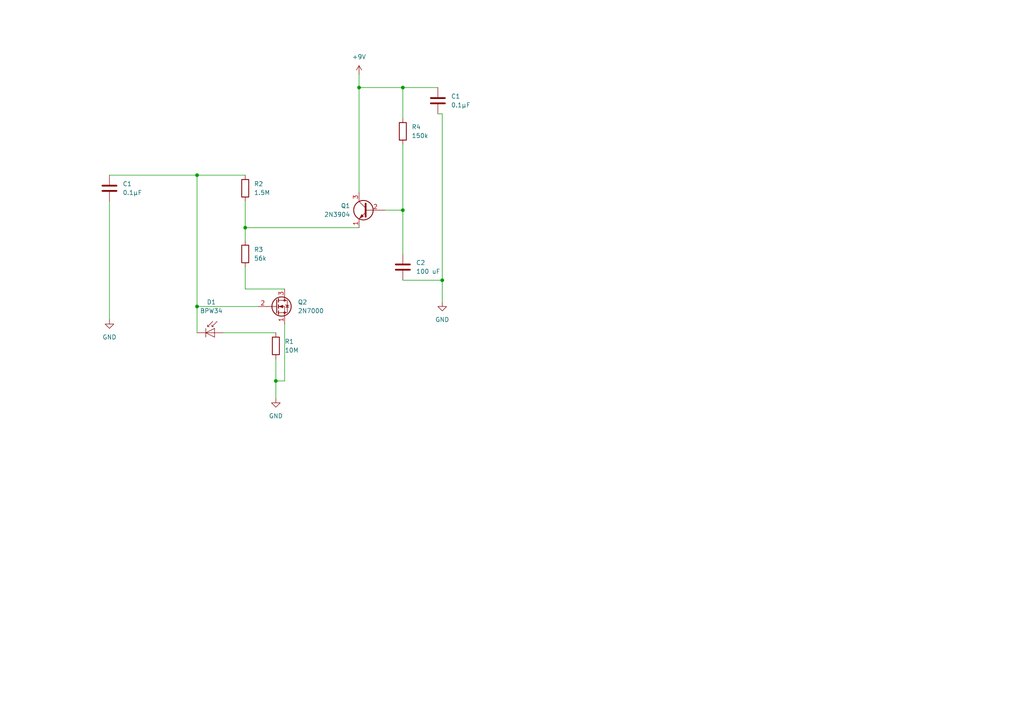
<source format=kicad_sch>
(kicad_sch (version 20211123) (generator eeschema)
  (paper "A4")
  (lib_symbols
    (symbol "Amplifier_Operational:LM358" (pin_names (offset 0.127))
      (property "Reference" "U" (at 0 5.08 0))
      (property "Value" "LM358" (at 0 -5.08 0))
      (symbol "LM358_1_1"
        (polyline (pts (xy -5.08 5.08) (xy 5.08 0) (xy -5.08 -5.08) (xy -5.08 5.08)) (stroke (width 0.254)) (fill (type background)))
        (pin output line (at 7.62 0 180) (length 2.54) (name "~") (number "1"))
        (pin input line (at -7.62 -2.54 0) (length 2.54) (name "-") (number "2"))
        (pin input line (at -7.62 2.54 0) (length 2.54) (name "+") (number "3"))
      )
      (symbol "LM358_2_1"
        (polyline (pts (xy -5.08 5.08) (xy 5.08 0) (xy -5.08 -5.08) (xy -5.08 5.08)) (stroke (width 0.254)) (fill (type background)))
        (pin input line (at -7.62 2.54 0) (length 2.54) (name "+") (number "5"))
        (pin input line (at -7.62 -2.54 0) (length 2.54) (name "-") (number "6"))
        (pin output line (at 7.62 0 180) (length 2.54) (name "~") (number "7"))
      )
      (symbol "LM358_3_1"
        (pin power_in line (at -2.54 -7.62 90) (length 3.81) (name "V-") (number "4"))
        (pin power_in line (at -2.54 7.62 270) (length 3.81) (name "V+") (number "8"))
      )
    )
    (symbol "Device:Buzzer" (pin_names (offset 0.0254) hide)
      (property "Reference" "BZ" (at 3.81 1.27 0))
      (property "Value" "Buzzer" (at 3.81 -1.27 0))
      (symbol "Buzzer_0_1"
        (arc (start 0 -3.175) (mid 3.175 0) (end 0 3.175))
        (polyline (pts (xy -1.651 1.905) (xy -1.143 1.905)))
        (polyline (pts (xy -1.397 2.159) (xy -1.397 1.651)))
        (polyline (pts (xy 0 3.175) (xy 0 -3.175)))
      )
      (symbol "Buzzer_1_1"
        (pin passive line (at -2.54 2.54 0) (length 2.54) (name "-") (number "1"))
        (pin passive line (at -2.54 -2.54 0) (length 2.54) (name "+") (number "2"))
      )
    )
    (symbol "Device:C" (pin_numbers hide) (pin_names (offset 0.254))
      (property "Reference" "C" (at 0.635 2.54 0))
      (property "Value" "C" (at 0.635 -2.54 0))
      (symbol "C_0_1"
        (polyline (pts (xy -2.032 -0.762) (xy 2.032 -0.762)) (stroke (width 0.508)))
        (polyline (pts (xy -2.032 0.762) (xy 2.032 0.762)) (stroke (width 0.508)))
      )
      (symbol "C_1_1"
        (pin passive line (at 0 3.81 270) (length 2.794) (name "~") (number "1"))
        (pin passive line (at 0 -3.81 90) (length 2.794) (name "~") (number "2"))
      )
    )
    (symbol "Device:R" (pin_numbers hide) (pin_names (offset 0))
      (property "Reference" "R" (at 2.032 0 90))
      (property "Value" "R" (at 0 0 90))
      (symbol "R_0_1"
        (rectangle (start -1.016 -2.54) (end 1.016 2.54) (stroke (width 0.254)))
      )
      (symbol "R_1_1"
        (pin passive line (at 0 3.81 270) (length 1.27) (name "~") (number "1"))
        (pin passive line (at 0 -3.81 90) (length 1.27) (name "~") (number "2"))
      )
    )
    (symbol "Device:R_Potentiometer" (pin_names (offset 1.016) hide)
      (property "Reference" "RV" (at -4.445 0 90))
      (property "Value" "R_Potentiometer" (at -2.54 0 90))
      (symbol "R_Potentiometer_0_1"
        (polyline (pts (xy 2.54 0) (xy 1.524 0)))
        (polyline (pts (xy 1.143 0) (xy 2.286 0.508) (xy 2.286 -0.508) (xy 1.143 0)) (fill (type outline)))
        (rectangle (start 1.016 2.54) (end -1.016 -2.54) (stroke (width 0.254)))
      )
      (symbol "R_Potentiometer_1_1"
        (pin passive line (at 0 3.81 270) (length 1.27) (name "1") (number "1"))
        (pin passive line (at 3.81 0 180) (length 1.27) (name "2") (number "2"))
        (pin passive line (at 0 -3.81 90) (length 1.27) (name "3") (number "3"))
      )
    )
    (symbol "Sensor_Optical:BPW34" (pin_numbers hide) (pin_names (offset 1.016) hide)
      (property "Reference" "D" (at 0.508 1.778 0))
      (property "Value" "BPW34" (at -1.016 -2.794 0))
      (symbol "BPW34_0_1"
        (polyline (pts (xy -2.54 1.27) (xy -2.54 -1.27)) (stroke (width 0.1524)))
        (polyline (pts (xy -2.032 1.778) (xy -1.524 1.778)))
        (polyline (pts (xy 0 -1.27) (xy 0 1.27)))
        (polyline (pts (xy 0 0) (xy -2.54 0)))
        (polyline (pts (xy -0.508 3.302) (xy -2.032 1.778) (xy -2.032 2.286)))
        (polyline (pts (xy 0 1.27) (xy -2.54 0) (xy 0 -1.27)))
        (polyline (pts (xy 0.762 3.302) (xy -0.762 1.778) (xy -0.762 2.286) (xy -0.762 1.778) (xy -0.254 1.778)))
      )
      (symbol "BPW34_1_1"
        (pin passive line (at -5.08 0 0) (length 2.54) (name "K") (number "1"))
        (pin passive line (at 2.54 0 180) (length 2.54) (name "A") (number "2"))
      )
    )
    (symbol "Switch:SW_SPST" (pin_names (offset 0) hide)
      (property "Reference" "SW" (at 0 3.175 0))
      (property "Value" "SW_SPST" (at 0 -2.54 0))
      (symbol "SW_SPST_0_0"
        (circle (center -2.032 0) (radius 0.508))
        (polyline (pts (xy -1.524 0.254) (xy 1.524 1.778)))
        (circle (center 2.032 0) (radius 0.508))
      )
      (symbol "SW_SPST_1_1"
        (pin passive line (at -5.08 0 0) (length 2.54) (name "A") (number "1"))
        (pin passive line (at 5.08 0 180) (length 2.54) (name "B") (number "2"))
      )
    )
    (symbol "Transistor_BJT:2N3904" (pin_names (offset 0) hide)
      (property "Reference" "Q" (at 5.08 1.905 0))
      (property "Value" "2N3904" (at 5.08 0 0))
      (symbol "2N3904_0_1"
        (polyline (pts (xy 0.635 0.635) (xy 2.54 2.54)))
        (polyline (pts (xy 0.635 -0.635) (xy 2.54 -2.54) (xy 2.54 -2.54)))
        (polyline (pts (xy 0.635 1.905) (xy 0.635 -1.905) (xy 0.635 -1.905)) (stroke (width 0.508)))
        (polyline (pts (xy 1.27 -1.778) (xy 1.778 -1.27) (xy 2.286 -2.286) (xy 1.27 -1.778) (xy 1.27 -1.778)) (fill (type outline)))
        (circle (center 1.27 0) (radius 2.8194) (stroke (width 0.254)))
      )
      (symbol "2N3904_1_1"
        (pin passive line (at 2.54 -5.08 90) (length 2.54) (name "E") (number "1"))
        (pin passive line (at -5.08 0 0) (length 5.715) (name "B") (number "2"))
        (pin passive line (at 2.54 5.08 270) (length 2.54) (name "C") (number "3"))
      )
    )
    (symbol "Transistor_FET:2N7000" (pin_names hide)
      (property "Reference" "Q" (at 5.08 1.905 0))
      (property "Value" "2N7000" (at 5.08 0 0))
      (symbol "2N7000_0_1"
        (polyline (pts (xy 0.254 0) (xy -2.54 0)))
        (polyline (pts (xy 0.254 1.905) (xy 0.254 -1.905)) (stroke (width 0.254)))
        (polyline (pts (xy 0.762 -1.27) (xy 0.762 -2.286)) (stroke (width 0.254)))
        (polyline (pts (xy 0.762 0.508) (xy 0.762 -0.508)) (stroke (width 0.254)))
        (polyline (pts (xy 0.762 2.286) (xy 0.762 1.27)) (stroke (width 0.254)))
        (polyline (pts (xy 2.54 2.54) (xy 2.54 1.778)))
        (polyline (pts (xy 2.54 -2.54) (xy 2.54 0) (xy 0.762 0)))
        (polyline (pts (xy 0.762 -1.778) (xy 3.302 -1.778) (xy 3.302 1.778) (xy 0.762 1.778)))
        (polyline (pts (xy 1.016 0) (xy 2.032 0.381) (xy 2.032 -0.381) (xy 1.016 0)) (fill (type outline)))
        (polyline (pts (xy 2.794 0.508) (xy 2.921 0.381) (xy 3.683 0.381) (xy 3.81 0.254)))
        (polyline (pts (xy 3.302 0.381) (xy 2.921 -0.254) (xy 3.683 -0.254) (xy 3.302 0.381)))
        (circle (center 1.651 0) (radius 2.794) (stroke (width 0.254)))
        (circle (center 2.54 -1.778) (radius 0.254) (fill (type outline)))
        (circle (center 2.54 1.778) (radius 0.254) (fill (type outline)))
      )
      (symbol "2N7000_1_1"
        (pin passive line (at 2.54 -5.08 90) (length 2.54) (name "S") (number "1"))
        (pin input line (at -5.08 0 0) (length 2.54) (name "G") (number "2"))
        (pin passive line (at 2.54 5.08 270) (length 2.54) (name "D") (number "3"))
      )
    )
    (symbol "power:+9V" (power) (pin_names (offset 0))
      (property "Value" "+9V" (at 0 3.556 0))
      (symbol "+9V_0_1"
        (polyline (pts (xy -0.762 1.27) (xy 0 2.54)))
        (polyline (pts (xy 0 0) (xy 0 2.54)))
        (polyline (pts (xy 0 2.54) (xy 0.762 1.27)))
      )
      (symbol "+9V_1_1"
        (pin power_in line (at 0 0 90) (length 0) hide (name "+9V") (number "1"))
      )
    )
    (symbol "power:GND" (power) (pin_names (offset 0))
      (property "Value" "GND" (at 0 -3.81 0))
      (symbol "GND_0_1"
        (polyline (pts (xy 0 0) (xy 0 -1.27) (xy 1.27 -1.27) (xy 0 -2.54) (xy -1.27 -1.27) (xy 0 -1.27)))
      )
      (symbol "GND_1_1"
        (pin power_in line (at 0 0 270) (length 0) hide (name "GND") (number "1"))
      )
    )
  )
  (junction (at 80.01 110.49))
  (junction (at 116.84 60.96))
  (junction (at 128.27 81.28))
  (junction (at 71.12 66.04))
  (junction (at 104.14 25.4))
  (junction (at 57.15 88.9))
  (junction (at 116.84 25.4))
  (junction (at 57.15 50.8))
  (wire (pts (xy 80.01 104.14) (xy 80.01 110.49)))
  (wire (pts (xy 64.77 96.52) (xy 80.01 96.52)))
  (wire (pts (xy 116.84 25.4) (xy 127 25.4)))
  (wire (pts (xy 71.12 66.04) (xy 104.14 66.04)))
  (wire (pts (xy 57.15 50.8) (xy 57.15 88.9)))
  (wire (pts (xy 116.84 81.28) (xy 128.27 81.28)))
  (wire (pts (xy 116.84 41.91) (xy 116.84 60.96)))
  (wire (pts (xy 71.12 83.82) (xy 71.12 77.47)))
  (wire (pts (xy 71.12 58.42) (xy 71.12 66.04)))
  (wire (pts (xy 80.01 110.49) (xy 80.01 115.57)))
  (wire (pts (xy 57.15 96.52) (xy 57.15 88.9)))
  (wire (pts (xy 104.14 25.4) (xy 116.84 25.4)))
  (wire (pts (xy 104.14 25.4) (xy 104.14 55.88)))
  (wire (pts (xy 104.14 21.59) (xy 104.14 25.4)))
  (wire (pts (xy 128.27 33.02) (xy 128.27 81.28)))
  (wire (pts (xy 31.75 50.8) (xy 57.15 50.8)))
  (wire (pts (xy 128.27 33.02) (xy 127 33.02)))
  (wire (pts (xy 57.15 50.8) (xy 71.12 50.8)))
  (wire (pts (xy 82.55 93.98) (xy 82.55 110.49)))
  (wire (pts (xy 82.55 83.82) (xy 71.12 83.82)))
  (wire (pts (xy 116.84 25.4) (xy 116.84 34.29)))
  (wire (pts (xy 31.75 58.42) (xy 31.75 92.71)))
  (wire (pts (xy 57.15 88.9) (xy 74.93 88.9)))
  (wire (pts (xy 82.55 110.49) (xy 80.01 110.49)))
  (wire (pts (xy 71.12 66.04) (xy 71.12 69.85)))
  (wire (pts (xy 116.84 60.96) (xy 116.84 73.66)))
  (wire (pts (xy 128.27 81.28) (xy 128.27 87.63)))
  (wire (pts (xy 111.76 60.96) (xy 116.84 60.96)))
  (symbol (lib_id "Device:C") (at 31.75 54.61 0) (unit 1)
    (property "Reference" "C1" (at 35.56 53.3399 0) (effects (justify left)))
    (property "Value" "0.1µF" (at 35.56 55.8799 0) (effects (justify left)))
    (property "Footprint" "Capacitor_THT:CP_Axial_L10.0mm_D4.5mm_P15.00mm_Horizontal" (effects hide))
  )
  (symbol (lib_id "power:GND") (at 332.74 205.74 0) (unit 1)
    (property "Reference" "#PWR?" (effects hide))
    (property "Value" "GND" (at 332.74 210.82 0))
  )
  (symbol (lib_id "power:GND") (at 128.27 87.63 0) (unit 1)
    (property "Reference" "#PWR?" (effects hide))
    (property "Value" "GND" (at 128.27 92.71 0))
  )
  (symbol (lib_id "Transistor_BJT:2N3904") (at 106.68 60.96 0) (mirror y) (unit 1)
    (property "Reference" "Q1" (at 101.6 59.6899 0) (effects (justify left)))
    (property "Value" "2N3904" (at 101.6 62.2299 0) (effects (justify left)))
    (property "Footprint" "Package_TO_SOT_THT:TO-92_Inline" (effects hide))
    (property "Datasheet" "https://www.onsemi.com/pub/Collateral/2N3903-D.PDF" (effects hide))
  )
  (symbol (lib_id "Device:R") (at 71.12 54.61 0) (unit 1)
    (property "Reference" "R2" (at 73.66 53.3399 0) (effects (justify left)))
    (property "Value" "1.5M" (at 73.66 55.8799 0) (effects (justify left)))
    (property "Footprint" "Resistor_THT:R_Axial_DIN0207_L6.3mm_D2.5mm_P10.16mm_Horizontal" (effects hide))
  )
  (symbol (lib_id "Device:C") (at 127 29.21 0) (unit 1)
    (property "Reference" "C1" (at 130.81 27.9399 0) (effects (justify left)))
    (property "Value" "0.1µF" (at 130.81 30.4799 0) (effects (justify left)))
    (property "Footprint" "Capacitor_THT:CP_Axial_L10.0mm_D4.5mm_P15.00mm_Horizontal" (effects hide))
  )
  (symbol (lib_id "Device:R") (at 116.84 38.1 0) (unit 1)
    (property "Reference" "R4" (at 119.38 36.8299 0) (effects (justify left)))
    (property "Value" "150k" (at 119.38 39.3699 0) (effects (justify left)))
    (property "Footprint" "Resistor_THT:R_Axial_DIN0207_L6.3mm_D2.5mm_P10.16mm_Horizontal" (effects hide))
  )
  (symbol (lib_id "Device:C") (at 345.44 82.55 0) (unit 1)
    (property "Reference" "C3" (at 349.25 81.2799 0) (effects (justify left)))
    (property "Value" "0.01µF" (at 349.25 83.8199 0) (effects (justify left)))
    (property "Footprint" "Capacitor_THT:CP_Axial_L10.0mm_D4.5mm_P15.00mm_Horizontal" (effects hide))
  )
  (symbol (lib_id "Device:R") (at 334.01 78.74 0) (unit 1)
    (property "Reference" "R5" (at 336.55 77.4699 0) (effects (justify left)))
    (property "Value" "1k" (at 336.55 80.0099 0) (effects (justify left)))
    (property "Footprint" "Resistor_THT:R_Axial_DIN0207_L6.3mm_D2.5mm_P10.16mm_Horizontal" (effects hide))
  )
  (symbol (lib_id "Device:R") (at 80.01 100.33 0) (unit 1)
    (property "Reference" "R1" (at 82.55 99.0599 0) (effects (justify left)))
    (property "Value" "10M" (at 82.55 101.5999 0) (effects (justify left)))
    (property "Footprint" "Resistor_THT:R_Axial_DIN0207_L6.3mm_D2.5mm_P10.16mm_Horizontal" (effects hide))
  )
  (symbol (lib_id "Switch:SW_SPST") (at 306.07 12.7 0) (unit 1)
    (property "Reference" "SW1" (at 306.07 6.35 0))
    (property "Value" "SW_SPST" (at 306.07 8.89 0))
    (property "Footprint" "Button_Switch_THT:SW_DIP_SPSTx01_Piano_10.8x4.1mm_W7.62mm_P2.54mm" (effects hide))
  )
  (symbol (lib_id "Device:C") (at 336.55 96.52 0) (unit 1)
    (property "Reference" "C4" (at 340.36 95.2499 0) (effects (justify left)))
    (property "Value" "20nF" (at 340.36 97.7899 0) (effects (justify left)))
    (property "Footprint" "Capacitor_THT:CP_Axial_L10.0mm_D4.5mm_P15.00mm_Horizontal" (effects hide))
  )
  (symbol (lib_id "Transistor_FET:2N7000") (at 80.01 88.9 0) (unit 1)
    (property "Reference" "Q2" (at 86.36 87.6299 0) (effects (justify left)))
    (property "Value" "2N7000" (at 86.36 90.1699 0) (effects (justify left)))
    (property "Footprint" "Package_TO_SOT_THT:TO-92_Inline" (effects hide))
    (property "Datasheet" "https://www.onsemi.com/pub/Collateral/NDS7002A-D.PDF" (effects hide))
  )
  (symbol (lib_id "Device:Buzzer") (at 356.87 68.58 0) (unit 1)
    (property "Reference" "BZ1" (at 360.68 67.3099 0) (effects (justify left)))
    (property "Value" "Buzzer" (at 360.68 69.8499 0) (effects (justify left)))
    (property "Footprint" "Buzzer_Beeper:Buzzer_15x7.5RM7.6" (effects hide))
  )
  (symbol (lib_id "Sensor_Optical:BPW34") (at 62.23 96.52 0) (unit 1)
    (property "Reference" "D1" (at 61.3029 87.63 0))
    (property "Value" "BPW34" (at 61.3029 90.17 0))
    (property "Footprint" "OptoDevice:Osram_DIL2_4.3x4.65mm_P5.08mm" (effects hide))
    (property "Datasheet" "http://www.vishay.com/docs/81521/bpw34.pdf" (effects hide))
  )
  (symbol (lib_id "Device:R") (at 71.12 73.66 0) (unit 1)
    (property "Reference" "R3" (at 73.66 72.3899 0) (effects (justify left)))
    (property "Value" "56k" (at 73.66 74.9299 0) (effects (justify left)))
    (property "Footprint" "Resistor_THT:R_Axial_DIN0207_L6.3mm_D2.5mm_P10.16mm_Horizontal" (effects hide))
  )
  (symbol (lib_id "power:GND") (at 31.75 92.71 0) (unit 1)
    (property "Reference" "#PWR?" (effects hide))
    (property "Value" "GND" (at 31.75 97.79 0))
  )
  (symbol (lib_id "Amplifier_Operational:LM358") (at 350.52 52.07 0) (unit 1)
    (property "Reference" "U1" (at 350.52 41.91 0))
    (property "Value" "LM358" (at 350.52 44.45 0))
    (property "Footprint" "Package_DIP:DIP-8_W7.62mm" (effects hide))
    (property "Datasheet" "http://www.ti.com/lit/ds/symlink/lm2904-n.pdf" (effects hide))
  )
  (symbol (lib_id "power:GND") (at 330.2 190.5 0) (unit 1)
    (property "Reference" "#PWR?" (effects hide))
    (property "Value" "GND" (at 330.2 195.58 0))
  )
  (symbol (lib_id "power:GND") (at 80.01 115.57 0) (unit 1)
    (property "Reference" "#PWR?" (effects hide))
    (property "Value" "GND" (at 80.01 120.65 0))
  )
  (symbol (lib_id "power:+9V") (at 104.14 21.59 0) (unit 1)
    (property "Reference" "#PWR?" (effects hide))
    (property "Value" "+9V" (at 104.14 16.51 0))
  )
  (symbol (lib_id "Device:R_Potentiometer") (at 322.58 137.16 0) (unit 1)
    (property "Reference" "RV1" (at 320.04 135.8899 0) (effects (justify right)))
    (property "Value" "250kΩ" (at 320.04 138.4299 0) (effects (justify right)))
    (property "Footprint" "Potentiometer_THT:Potentiometer_Vishay_T7-YA_Single_Vertical" (effects hide))
  )
  (symbol (lib_id "Device:C") (at 116.84 77.47 0) (unit 1)
    (property "Reference" "C2" (at 120.65 76.1999 0) (effects (justify left)))
    (property "Value" "100 uF" (at 120.65 78.7399 0) (effects (justify left)))
    (property "Footprint" "Capacitor_THT:CP_Axial_L10.0mm_D4.5mm_P15.00mm_Horizontal" (effects hide))
  )
)
</source>
